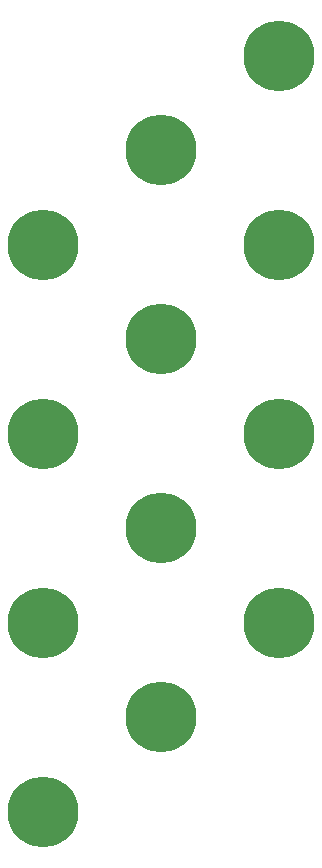
<source format=gbr>
%TF.GenerationSoftware,KiCad,Pcbnew,(6.0.10-0)*%
%TF.CreationDate,2025-02-07T07:57:24+01:00*%
%TF.ProjectId,Keymaster PCB,4b65796d-6173-4746-9572-205043422e6b,rev?*%
%TF.SameCoordinates,Original*%
%TF.FileFunction,Copper,L1,Top*%
%TF.FilePolarity,Positive*%
%FSLAX46Y46*%
G04 Gerber Fmt 4.6, Leading zero omitted, Abs format (unit mm)*
G04 Created by KiCad (PCBNEW (6.0.10-0)) date 2025-02-07 07:57:24*
%MOMM*%
%LPD*%
G01*
G04 APERTURE LIST*
%TA.AperFunction,SMDPad,CuDef*%
%ADD10C,6.000000*%
%TD*%
%TA.AperFunction,ViaPad*%
%ADD11C,0.800000*%
%TD*%
G04 APERTURE END LIST*
D10*
%TO.P,T8,1,Pin_1*%
%TO.N,Net-(J2-Pad4)*%
X79000000Y-57500000D03*
%TD*%
%TO.P,T5,1,Pin_1*%
%TO.N,Net-(J1-Pad3)*%
X79000000Y-41500000D03*
%TD*%
%TO.P,T4,1,Pin_1*%
%TO.N,Net-(J1-Pad5)*%
X89000000Y-33500000D03*
%TD*%
%TO.P,T10,1,Pin_1*%
%TO.N,Net-(J2-Pad5)*%
X89000000Y-65500000D03*
%TD*%
%TO.P,T2,1,Pin_1*%
%TO.N,Net-(J1-Pad4)*%
X79000000Y-25500000D03*
%TD*%
%TO.P,T9,1,Pin_1*%
%TO.N,Net-(J2-Pad2)*%
X69000000Y-65500000D03*
%TD*%
%TO.P,T11,1,Pin_1*%
%TO.N,Net-(J2-Pad3)*%
X79000000Y-73500000D03*
%TD*%
%TO.P,T3,1,Pin_1*%
%TO.N,Net-(J1-Pad2)*%
X69000000Y-33500000D03*
%TD*%
%TO.P,T6,1,Pin_1*%
%TO.N,Net-(J1-Pad6)*%
X69000000Y-49500000D03*
%TD*%
%TO.P,T1,1,Pin_1*%
%TO.N,Net-(J1-Pad1)*%
X88999997Y-17499999D03*
%TD*%
%TO.P,T7,1,Pin_1*%
%TO.N,Net-(J2-Pad1)*%
X89000000Y-49500000D03*
%TD*%
%TO.P,T12,1,Pin_1*%
%TO.N,Net-(J2-Pad6)*%
X69000000Y-81500000D03*
%TD*%
D11*
%TO.N,Net-(J1-Pad1)*%
X89000000Y-17500000D03*
%TO.N,Net-(J1-Pad2)*%
X69000000Y-33500000D03*
%TO.N,Net-(J1-Pad3)*%
X79000000Y-41500000D03*
%TO.N,Net-(J2-Pad1)*%
X89000000Y-49500000D03*
%TO.N,Net-(J2-Pad2)*%
X69000000Y-65500000D03*
%TO.N,Net-(J2-Pad3)*%
X79000000Y-73500000D03*
%TO.N,Net-(J2-Pad4)*%
X79000000Y-57500000D03*
%TO.N,Net-(J2-Pad5)*%
X89000000Y-65500000D03*
%TO.N,Net-(J2-Pad6)*%
X69000000Y-81500000D03*
%TO.N,Net-(J1-Pad4)*%
X79000000Y-25500000D03*
%TO.N,Net-(J1-Pad5)*%
X89000000Y-33500000D03*
%TO.N,Net-(J1-Pad6)*%
X69000000Y-49500000D03*
%TD*%
M02*

</source>
